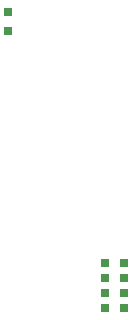
<source format=gtp>
G04 #@! TF.FileFunction,Paste,Top*
%FSLAX46Y46*%
G04 Gerber Fmt 4.6, Leading zero omitted, Abs format (unit mm)*
G04 Created by KiCad (PCBNEW 4.0.6) date 03/12/17 16:17:21*
%MOMM*%
%LPD*%
G01*
G04 APERTURE LIST*
%ADD10C,0.100000*%
%ADD11R,0.800000X0.800000*%
G04 APERTURE END LIST*
D10*
D11*
X98222000Y-65138500D03*
X98222000Y-66738500D03*
X108026783Y-86412350D03*
X106426783Y-86412350D03*
X108026783Y-87669586D03*
X106426783Y-87669586D03*
X108026783Y-88926822D03*
X106426783Y-88926822D03*
X108026783Y-90184058D03*
X106426783Y-90184058D03*
M02*

</source>
